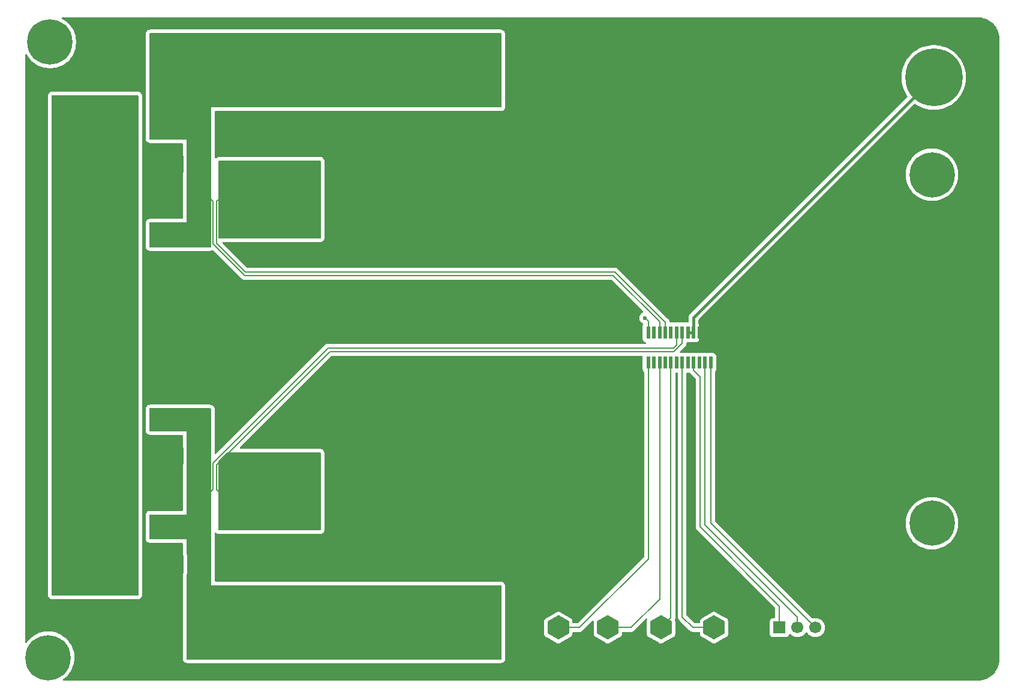
<source format=gbr>
%TF.GenerationSoftware,KiCad,Pcbnew,9.0.3*%
%TF.CreationDate,2025-10-13T23:01:42-05:00*%
%TF.ProjectId,SuppMonTester,53757070-4d6f-46e5-9465-737465722e6b,rev?*%
%TF.SameCoordinates,Original*%
%TF.FileFunction,Copper,L1,Top*%
%TF.FilePolarity,Positive*%
%FSLAX46Y46*%
G04 Gerber Fmt 4.6, Leading zero omitted, Abs format (unit mm)*
G04 Created by KiCad (PCBNEW 9.0.3) date 2025-10-13 23:01:42*
%MOMM*%
%LPD*%
G01*
G04 APERTURE LIST*
G04 Aperture macros list*
%AMRoundRect*
0 Rectangle with rounded corners*
0 $1 Rounding radius*
0 $2 $3 $4 $5 $6 $7 $8 $9 X,Y pos of 4 corners*
0 Add a 4 corners polygon primitive as box body*
4,1,4,$2,$3,$4,$5,$6,$7,$8,$9,$2,$3,0*
0 Add four circle primitives for the rounded corners*
1,1,$1+$1,$2,$3*
1,1,$1+$1,$4,$5*
1,1,$1+$1,$6,$7*
1,1,$1+$1,$8,$9*
0 Add four rect primitives between the rounded corners*
20,1,$1+$1,$2,$3,$4,$5,0*
20,1,$1+$1,$4,$5,$6,$7,0*
20,1,$1+$1,$6,$7,$8,$9,0*
20,1,$1+$1,$8,$9,$2,$3,0*%
%AMFreePoly0*
4,1,7,1.500000,0.866025,1.500000,-0.866025,0.000000,-1.732051,-1.500000,-0.866025,-1.500000,0.866025,0.000000,1.732051,1.500000,0.866025,1.500000,0.866025,$1*%
%AMFreePoly1*
4,1,21,5.263536,5.503536,5.265000,5.500000,5.265000,-5.500000,5.263536,-5.503536,5.260000,-5.505000,1.240000,-5.505000,1.236464,-5.503536,1.235000,-5.500000,1.235000,-4.005000,-5.260000,-4.005000,-5.263536,-4.003536,-5.265000,-4.000000,-5.265000,4.000000,-5.263536,4.003536,-5.260000,4.005000,1.235000,4.005000,1.235000,5.500000,1.236464,5.503536,1.240000,5.505000,5.260000,5.505000,
5.263536,5.503536,5.263536,5.503536,$1*%
G04 Aperture macros list end*
%TA.AperFunction,ComponentPad*%
%ADD10C,6.400000*%
%TD*%
%TA.AperFunction,ComponentPad*%
%ADD11C,8.115000*%
%TD*%
%TA.AperFunction,ComponentPad*%
%ADD12R,1.700000X1.700000*%
%TD*%
%TA.AperFunction,ComponentPad*%
%ADD13C,1.700000*%
%TD*%
%TA.AperFunction,ConnectorPad*%
%ADD14FreePoly0,0.000000*%
%TD*%
%TA.AperFunction,SMDPad,CuDef*%
%ADD15RoundRect,0.250001X0.487499X2.974999X-0.487499X2.974999X-0.487499X-2.974999X0.487499X-2.974999X0*%
%TD*%
%TA.AperFunction,SMDPad,CuDef*%
%ADD16R,4.230000X2.400000*%
%TD*%
%TA.AperFunction,SMDPad,CuDef*%
%ADD17FreePoly1,180.000000*%
%TD*%
%TA.AperFunction,SMDPad,CuDef*%
%ADD18R,0.550000X1.800000*%
%TD*%
%TA.AperFunction,ViaPad*%
%ADD19C,0.600000*%
%TD*%
%TA.AperFunction,Conductor*%
%ADD20C,0.200000*%
%TD*%
%TA.AperFunction,Conductor*%
%ADD21C,0.400000*%
%TD*%
G04 APERTURE END LIST*
D10*
%TO.P,H2,1*%
%TO.N,N/C*%
X154500000Y-59250000D03*
%TD*%
D11*
%TO.P,J6,1,Pin_1*%
%TO.N,/UNREG_SENSE-*%
X88500000Y-44500000D03*
%TD*%
D12*
%TO.P,J3,1,Pin_1*%
%TO.N,/SER*%
X132960000Y-123250000D03*
D13*
%TO.P,J3,2,Pin_2*%
%TO.N,/SRCLK*%
X135500000Y-123250000D03*
%TO.P,J3,3,Pin_3*%
%TO.N,/RCLK*%
X138040000Y-123250000D03*
%TO.P,J3,4,Pin_4*%
%TO.N,GND*%
X140580000Y-123250000D03*
%TD*%
D10*
%TO.P,H4,1*%
%TO.N,N/C*%
X154500000Y-108500000D03*
%TD*%
%TO.P,H3,1*%
%TO.N,N/C*%
X29750000Y-127500000D03*
%TD*%
%TO.P,H1,1*%
%TO.N,N/C*%
X30000000Y-40500000D03*
%TD*%
D11*
%TO.P,J9,1,Pin_1*%
%TO.N,+3.3V*%
X154750000Y-45500000D03*
%TD*%
%TO.P,J8,1,Pin_1*%
%TO.N,GND*%
X154750000Y-123250000D03*
%TD*%
D14*
%TO.P,TP5,1,1*%
%TO.N,GND*%
X145000000Y-123250000D03*
%TD*%
D15*
%TO.P,R1,1*%
%TO.N,/UNREG_SENSE+*%
X54662500Y-62750000D03*
%TO.P,R1,2*%
%TO.N,/UNREG_SENSE-*%
X51837500Y-62750000D03*
%TD*%
D16*
%TO.P,R6,1*%
%TO.N,GND*%
X46750000Y-99000000D03*
%TO.P,R6,2*%
%TO.N,/REG_SENSE-*%
X46750000Y-93920000D03*
D17*
%TO.P,R6,3*%
%TO.N,/THERMAL_PAD*%
X37125000Y-96460000D03*
%TD*%
D16*
%TO.P,R5,1*%
%TO.N,GND*%
X46750000Y-114290000D03*
%TO.P,R5,2*%
%TO.N,/REG_SENSE-*%
X46750000Y-109210000D03*
D17*
%TO.P,R5,3*%
%TO.N,/THERMAL_PAD*%
X37125000Y-111750000D03*
%TD*%
D14*
%TO.P,TP1,1,1*%
%TO.N,/UNREG_VOLTAGE*%
X101750000Y-123250000D03*
%TD*%
D15*
%TO.P,R2,1*%
%TO.N,/REG_SENSE+*%
X54662500Y-104000000D03*
%TO.P,R2,2*%
%TO.N,/REG_SENSE-*%
X51837500Y-104000000D03*
%TD*%
D11*
%TO.P,J7,1,Pin_1*%
%TO.N,/REG_SENSE-*%
X88500000Y-122500000D03*
%TD*%
D16*
%TO.P,R3,1*%
%TO.N,GND*%
X46750000Y-72790000D03*
%TO.P,R3,2*%
%TO.N,/UNREG_SENSE-*%
X46750000Y-67710000D03*
D17*
%TO.P,R3,3*%
%TO.N,/THERMAL_PAD*%
X37125000Y-70250000D03*
%TD*%
D14*
%TO.P,TP4,1,1*%
%TO.N,/REG_CURRENT*%
X123750000Y-123250000D03*
%TD*%
D16*
%TO.P,R4,1*%
%TO.N,GND*%
X46750000Y-57750000D03*
%TO.P,R4,2*%
%TO.N,/UNREG_SENSE-*%
X46750000Y-52670000D03*
D17*
%TO.P,R4,3*%
%TO.N,/THERMAL_PAD*%
X37125000Y-55210000D03*
%TD*%
D14*
%TO.P,TP2,1,1*%
%TO.N,/REG_VOLTAGE*%
X108750000Y-123250000D03*
%TD*%
D11*
%TO.P,J5,1,Pin_1*%
%TO.N,GND*%
X60250000Y-83375000D03*
%TD*%
D18*
%TO.P,J1,1,1*%
%TO.N,GND*%
X123250000Y-81525000D03*
%TO.P,J1,2,2*%
%TO.N,/RCLK*%
X123250000Y-85825000D03*
%TO.P,J1,3,3*%
%TO.N,GND*%
X122450000Y-81525000D03*
%TO.P,J1,4,4*%
%TO.N,/SRCLK*%
X122450000Y-85825000D03*
%TO.P,J1,5,5*%
%TO.N,GND*%
X121650000Y-81525000D03*
%TO.P,J1,6,6*%
%TO.N,unconnected-(J1-Pad6)*%
X121650000Y-85825000D03*
%TO.P,J1,7,7*%
%TO.N,+3.3V*%
X120850000Y-81525000D03*
%TO.P,J1,8,8*%
%TO.N,/SER*%
X120850000Y-85825000D03*
%TO.P,J1,9,9*%
%TO.N,+3.3V*%
X120050000Y-81525000D03*
%TO.P,J1,10,10*%
%TO.N,unconnected-(J1-Pad10)*%
X120050000Y-85825000D03*
%TO.P,J1,11,11*%
%TO.N,/REG_SENSE+*%
X119250000Y-81525000D03*
%TO.P,J1,12,12*%
%TO.N,/REG_CURRENT*%
X119250000Y-85825000D03*
%TO.P,J1,13,13*%
%TO.N,/REG_SENSE-*%
X118450000Y-81525000D03*
%TO.P,J1,14,14*%
%TO.N,unconnected-(J1-Pad14)*%
X118450000Y-85825000D03*
%TO.P,J1,15,15*%
%TO.N,unconnected-(J1-Pad15)*%
X117650000Y-81525000D03*
%TO.P,J1,16,16*%
%TO.N,/UNREG_CURRENT*%
X117650000Y-85825000D03*
%TO.P,J1,17,17*%
%TO.N,/UNREG_SENSE+*%
X116850000Y-81525000D03*
%TO.P,J1,18,18*%
%TO.N,unconnected-(J1-Pad18)*%
X116850000Y-85825000D03*
%TO.P,J1,19,19*%
%TO.N,/UNREG_SENSE-*%
X116050000Y-81525000D03*
%TO.P,J1,20,20*%
%TO.N,/REG_VOLTAGE*%
X116050000Y-85825000D03*
%TO.P,J1,21,21*%
%TO.N,unconnected-(J1-Pad21)*%
X115250000Y-81525000D03*
%TO.P,J1,22,22*%
%TO.N,unconnected-(J1-Pad22)*%
X115250000Y-85825000D03*
%TO.P,J1,23,23*%
%TO.N,/UNREG_SENSE+*%
X114450000Y-81525000D03*
%TO.P,J1,24,24*%
%TO.N,/UNREG_VOLTAGE*%
X114450000Y-85825000D03*
%TD*%
D11*
%TO.P,J4,1,Pin_1*%
%TO.N,/REG_SENSE+*%
X62750000Y-104000000D03*
%TD*%
D14*
%TO.P,TP3,1,1*%
%TO.N,/UNREG_CURRENT*%
X116250000Y-123250000D03*
%TD*%
D11*
%TO.P,J2,1,Pin_1*%
%TO.N,/UNREG_SENSE+*%
X62750000Y-62750000D03*
%TD*%
D19*
%TO.N,GND*%
X124750000Y-82250000D03*
X124750000Y-80750000D03*
X123750000Y-83250000D03*
X122250000Y-83250000D03*
X123750000Y-79750000D03*
X122250000Y-79750000D03*
%TO.N,/UNREG_SENSE+*%
X114000000Y-79500000D03*
%TO.N,GND*%
X48000000Y-104250000D03*
X48000000Y-105750000D03*
X46000000Y-104250000D03*
X44000000Y-105750000D03*
X48000000Y-102750000D03*
X44000000Y-104250000D03*
X46000000Y-105750000D03*
X46000000Y-102750000D03*
X48000000Y-101250000D03*
X46000000Y-101250000D03*
X44000000Y-101250000D03*
X44000000Y-102750000D03*
X48000000Y-64500000D03*
X46000000Y-64500000D03*
X44000000Y-64500000D03*
X48000000Y-63000000D03*
X46000000Y-63000000D03*
X44000000Y-63000000D03*
X48000000Y-61500000D03*
X46000000Y-61500000D03*
X44000000Y-61500000D03*
X48000000Y-60000000D03*
X46000000Y-60000000D03*
X44000000Y-60000000D03*
%TD*%
D20*
%TO.N,/REG_VOLTAGE*%
X112000000Y-123250000D02*
X108750000Y-123250000D01*
X116050000Y-119200000D02*
X112000000Y-123250000D01*
X116050000Y-85825000D02*
X116050000Y-119200000D01*
%TO.N,/REG_CURRENT*%
X120750000Y-123250000D02*
X123750000Y-123250000D01*
X119250000Y-121750000D02*
X120750000Y-123250000D01*
X119250000Y-85825000D02*
X119250000Y-121750000D01*
%TO.N,/UNREG_VOLTAGE*%
X104750000Y-123250000D02*
X101750000Y-123250000D01*
X114450000Y-113550000D02*
X104750000Y-123250000D01*
X114450000Y-85825000D02*
X114450000Y-113550000D01*
%TO.N,/UNREG_CURRENT*%
X117650000Y-121850000D02*
X116250000Y-123250000D01*
X117650000Y-85825000D02*
X117650000Y-121850000D01*
D21*
%TO.N,+3.3V*%
X120850000Y-79400000D02*
X154750000Y-45500000D01*
X120850000Y-81525000D02*
X120850000Y-79400000D01*
X120050000Y-81525000D02*
X120850000Y-81525000D01*
D20*
%TO.N,/REG_SENSE+*%
X119250000Y-83067100D02*
X119250000Y-81525000D01*
X118067100Y-84250000D02*
X119250000Y-83067100D01*
X69500000Y-84250000D02*
X118067100Y-84250000D01*
X53500000Y-100250000D02*
X69500000Y-84250000D01*
X53500000Y-103750000D02*
X53500000Y-100250000D01*
X53750000Y-104000000D02*
X53500000Y-103750000D01*
X54662500Y-104000000D02*
X53750000Y-104000000D01*
%TO.N,/REG_SENSE-*%
X118000000Y-83750000D02*
X118450000Y-83300000D01*
X53000000Y-103750000D02*
X53000000Y-100000000D01*
X118450000Y-83300000D02*
X118450000Y-81525000D01*
X52750000Y-104000000D02*
X53000000Y-103750000D01*
X69250000Y-83750000D02*
X118000000Y-83750000D01*
X51837500Y-104000000D02*
X52750000Y-104000000D01*
X53000000Y-100000000D02*
X69250000Y-83750000D01*
%TO.N,/UNREG_SENSE+*%
X114000000Y-79500000D02*
X114450000Y-79950000D01*
X114450000Y-79950000D02*
X114450000Y-81525000D01*
X116850000Y-80100000D02*
X116850000Y-81525000D01*
X109750000Y-73000000D02*
X116850000Y-80100000D01*
X53500000Y-68932900D02*
X57567100Y-73000000D01*
X53500000Y-63000000D02*
X53500000Y-68932900D01*
X54662500Y-62750000D02*
X53750000Y-62750000D01*
X53750000Y-62750000D02*
X53500000Y-63000000D01*
X57567100Y-73000000D02*
X109750000Y-73000000D01*
%TO.N,/UNREG_SENSE-*%
X116050000Y-80050000D02*
X116050000Y-81525000D01*
X109500000Y-73500000D02*
X116050000Y-80050000D01*
X53000000Y-69000000D02*
X57500000Y-73500000D01*
X53000000Y-63000000D02*
X53000000Y-69000000D01*
X52750000Y-62750000D02*
X53000000Y-63000000D01*
X51837500Y-62750000D02*
X52750000Y-62750000D01*
X57500000Y-73500000D02*
X109500000Y-73500000D01*
%TO.N,/SER*%
X121750000Y-109000000D02*
X121750000Y-87825000D01*
X132960000Y-120210000D02*
X121750000Y-109000000D01*
X132960000Y-123250000D02*
X132960000Y-120210000D01*
X121750000Y-87825000D02*
X120850000Y-86925000D01*
X120850000Y-86925000D02*
X120850000Y-85825000D01*
%TO.N,/SRCLK*%
X122450000Y-108700000D02*
X122450000Y-85825000D01*
X135500000Y-121750000D02*
X122450000Y-108700000D01*
X135500000Y-123250000D02*
X135500000Y-121750000D01*
%TO.N,/RCLK*%
X123250000Y-108460000D02*
X123250000Y-85825000D01*
X138040000Y-123250000D02*
X123250000Y-108460000D01*
%TD*%
%TA.AperFunction,Conductor*%
%TO.N,GND*%
G36*
X161003243Y-37000669D02*
G01*
X161212062Y-37011614D01*
X161307046Y-37016592D01*
X161319953Y-37017949D01*
X161451089Y-37038718D01*
X161617209Y-37065028D01*
X161629896Y-37067724D01*
X161920625Y-37145625D01*
X161932965Y-37149635D01*
X162213938Y-37257490D01*
X162225790Y-37262767D01*
X162493968Y-37399411D01*
X162505199Y-37405896D01*
X162687295Y-37524150D01*
X162757608Y-37569812D01*
X162768109Y-37577441D01*
X163002010Y-37766850D01*
X163011655Y-37775535D01*
X163224464Y-37988344D01*
X163233149Y-37997989D01*
X163422558Y-38231890D01*
X163430187Y-38242391D01*
X163594101Y-38494796D01*
X163600591Y-38506036D01*
X163737231Y-38774206D01*
X163742510Y-38786064D01*
X163850363Y-39067033D01*
X163854374Y-39079376D01*
X163932273Y-39370097D01*
X163934971Y-39382794D01*
X163982050Y-39680046D01*
X163983407Y-39692953D01*
X163999330Y-39996756D01*
X163999500Y-40003246D01*
X163999500Y-127746753D01*
X163999330Y-127753243D01*
X163983407Y-128057046D01*
X163982050Y-128069953D01*
X163934971Y-128367205D01*
X163932273Y-128379902D01*
X163854374Y-128670623D01*
X163850363Y-128682966D01*
X163742510Y-128963935D01*
X163737231Y-128975793D01*
X163600591Y-129243963D01*
X163594101Y-129255203D01*
X163430187Y-129507608D01*
X163422558Y-129518109D01*
X163233149Y-129752010D01*
X163224464Y-129761655D01*
X163011655Y-129974464D01*
X163002010Y-129983149D01*
X162768109Y-130172558D01*
X162757608Y-130180187D01*
X162505203Y-130344101D01*
X162493963Y-130350591D01*
X162225793Y-130487231D01*
X162213935Y-130492510D01*
X161932966Y-130600363D01*
X161920623Y-130604374D01*
X161629902Y-130682273D01*
X161617205Y-130684971D01*
X161319953Y-130732050D01*
X161307046Y-130733407D01*
X161003244Y-130749330D01*
X160996754Y-130749500D01*
X31956277Y-130749500D01*
X31889238Y-130729815D01*
X31843483Y-130677011D01*
X31833539Y-130607853D01*
X31862564Y-130544297D01*
X31887386Y-130522398D01*
X31957044Y-130475854D01*
X32238101Y-130245197D01*
X32495197Y-129988101D01*
X32725854Y-129707044D01*
X32927853Y-129404732D01*
X33099247Y-129084076D01*
X33238386Y-128748164D01*
X33343930Y-128400233D01*
X33343932Y-128400223D01*
X33343935Y-128400212D01*
X33411339Y-128061340D01*
X33414862Y-128043631D01*
X33450500Y-127681794D01*
X33450500Y-127318206D01*
X33414862Y-126956369D01*
X33343935Y-126599787D01*
X33343932Y-126599776D01*
X33343931Y-126599773D01*
X33343930Y-126599767D01*
X33238386Y-126251836D01*
X33099247Y-125915924D01*
X32927853Y-125595268D01*
X32725854Y-125292956D01*
X32495197Y-125011899D01*
X32495196Y-125011898D01*
X32495192Y-125011893D01*
X32238106Y-124754807D01*
X31957049Y-124524150D01*
X31957048Y-124524149D01*
X31957044Y-124524146D01*
X31654732Y-124322147D01*
X31654727Y-124322144D01*
X31654720Y-124322140D01*
X31334083Y-124150756D01*
X31334078Y-124150754D01*
X31327120Y-124147872D01*
X31235690Y-124110000D01*
X30998165Y-124011614D01*
X30684803Y-123916556D01*
X30650233Y-123906070D01*
X30650232Y-123906069D01*
X30650223Y-123906067D01*
X30650212Y-123906064D01*
X30293630Y-123835137D01*
X30021111Y-123808296D01*
X29931794Y-123799500D01*
X29568206Y-123799500D01*
X29485679Y-123807628D01*
X29206369Y-123835137D01*
X28849787Y-123906064D01*
X28849776Y-123906067D01*
X28501834Y-124011614D01*
X28165921Y-124150754D01*
X28165916Y-124150756D01*
X27845279Y-124322140D01*
X27845261Y-124322151D01*
X27542964Y-124524140D01*
X27542950Y-124524150D01*
X27261893Y-124754807D01*
X27004807Y-125011893D01*
X26774150Y-125292950D01*
X26774139Y-125292964D01*
X26727602Y-125362613D01*
X26673989Y-125407418D01*
X26604664Y-125416125D01*
X26541637Y-125385970D01*
X26504918Y-125326527D01*
X26500500Y-125293722D01*
X26500500Y-48124000D01*
X29744500Y-48124000D01*
X29744500Y-118626000D01*
X29744501Y-118626009D01*
X29756052Y-118733450D01*
X29756054Y-118733462D01*
X29767260Y-118784972D01*
X29801383Y-118887497D01*
X29801386Y-118887503D01*
X29879171Y-119008537D01*
X29879179Y-119008548D01*
X29924923Y-119061340D01*
X29924926Y-119061343D01*
X29924930Y-119061347D01*
X30033664Y-119155567D01*
X30033667Y-119155568D01*
X30033668Y-119155569D01*
X30127925Y-119198616D01*
X30164541Y-119215338D01*
X30231580Y-119235023D01*
X30231584Y-119235024D01*
X30374000Y-119255500D01*
X30374003Y-119255500D01*
X42375990Y-119255500D01*
X42376000Y-119255500D01*
X42483456Y-119243947D01*
X42534967Y-119232741D01*
X42569197Y-119221347D01*
X42637497Y-119198616D01*
X42637501Y-119198613D01*
X42637504Y-119198613D01*
X42758543Y-119120825D01*
X42811347Y-119075070D01*
X42905567Y-118966336D01*
X42965338Y-118835459D01*
X42985023Y-118768420D01*
X42985024Y-118768416D01*
X43005500Y-118626000D01*
X43005500Y-48124000D01*
X42993947Y-48016544D01*
X42982741Y-47965033D01*
X42978182Y-47951336D01*
X42948616Y-47862502D01*
X42948613Y-47862496D01*
X42870828Y-47741462D01*
X42870825Y-47741457D01*
X42870820Y-47741451D01*
X42825076Y-47688659D01*
X42825072Y-47688656D01*
X42825070Y-47688653D01*
X42716336Y-47594433D01*
X42716333Y-47594431D01*
X42716331Y-47594430D01*
X42585465Y-47534664D01*
X42585460Y-47534662D01*
X42585459Y-47534662D01*
X42518420Y-47514977D01*
X42518422Y-47514977D01*
X42518417Y-47514976D01*
X42456347Y-47506052D01*
X42376000Y-47494500D01*
X30374000Y-47494500D01*
X30373991Y-47494500D01*
X30373990Y-47494501D01*
X30266549Y-47506052D01*
X30266537Y-47506054D01*
X30215027Y-47517260D01*
X30112502Y-47551383D01*
X30112496Y-47551386D01*
X29991462Y-47629171D01*
X29991451Y-47629179D01*
X29938659Y-47674923D01*
X29844433Y-47783664D01*
X29844430Y-47783668D01*
X29784664Y-47914534D01*
X29764976Y-47981582D01*
X29759949Y-48016549D01*
X29744500Y-48124000D01*
X26500500Y-48124000D01*
X26500500Y-42298008D01*
X26520185Y-42230969D01*
X26572989Y-42185214D01*
X26642147Y-42175270D01*
X26705703Y-42204295D01*
X26733858Y-42239555D01*
X26822140Y-42404720D01*
X26822151Y-42404738D01*
X27024140Y-42707035D01*
X27024150Y-42707049D01*
X27254807Y-42988106D01*
X27511893Y-43245192D01*
X27511898Y-43245196D01*
X27511899Y-43245197D01*
X27792956Y-43475854D01*
X28095268Y-43677853D01*
X28095277Y-43677858D01*
X28095279Y-43677859D01*
X28415916Y-43849243D01*
X28415918Y-43849243D01*
X28415924Y-43849247D01*
X28751836Y-43988386D01*
X29099767Y-44093930D01*
X29099773Y-44093931D01*
X29099776Y-44093932D01*
X29099787Y-44093935D01*
X29456369Y-44164862D01*
X29818206Y-44200500D01*
X29818209Y-44200500D01*
X30181791Y-44200500D01*
X30181794Y-44200500D01*
X30543631Y-44164862D01*
X30613045Y-44151054D01*
X30900212Y-44093935D01*
X30900223Y-44093932D01*
X30900223Y-44093931D01*
X30900233Y-44093930D01*
X31248164Y-43988386D01*
X31584076Y-43849247D01*
X31904732Y-43677853D01*
X32207044Y-43475854D01*
X32488101Y-43245197D01*
X32745197Y-42988101D01*
X32975854Y-42707044D01*
X33177853Y-42404732D01*
X33349247Y-42084076D01*
X33488386Y-41748164D01*
X33593930Y-41400233D01*
X33593932Y-41400223D01*
X33593935Y-41400212D01*
X33664862Y-41043630D01*
X33700500Y-40681790D01*
X33700500Y-40318209D01*
X33664862Y-39956369D01*
X33593935Y-39599787D01*
X33593932Y-39599776D01*
X33593931Y-39599773D01*
X33593930Y-39599767D01*
X33525444Y-39374000D01*
X43494500Y-39374000D01*
X43494500Y-51500000D01*
X43494500Y-54126000D01*
X43494501Y-54126009D01*
X43506052Y-54233450D01*
X43506054Y-54233462D01*
X43517260Y-54284972D01*
X43551383Y-54387497D01*
X43551386Y-54387503D01*
X43629171Y-54508537D01*
X43629179Y-54508548D01*
X43674923Y-54561340D01*
X43674926Y-54561343D01*
X43674930Y-54561347D01*
X43783664Y-54655567D01*
X43914541Y-54715338D01*
X43981580Y-54735023D01*
X43981584Y-54735024D01*
X44124000Y-54755500D01*
X48620500Y-54755500D01*
X48687539Y-54775185D01*
X48733294Y-54827989D01*
X48744500Y-54879500D01*
X48744500Y-65370500D01*
X48724815Y-65437539D01*
X48672011Y-65483294D01*
X48620500Y-65494500D01*
X44124000Y-65494500D01*
X44123991Y-65494500D01*
X44123990Y-65494501D01*
X44016549Y-65506052D01*
X44016537Y-65506054D01*
X43965027Y-65517260D01*
X43862502Y-65551383D01*
X43862496Y-65551386D01*
X43741462Y-65629171D01*
X43741451Y-65629179D01*
X43688659Y-65674923D01*
X43594433Y-65783664D01*
X43594430Y-65783668D01*
X43534664Y-65914534D01*
X43534662Y-65914541D01*
X43514977Y-65981580D01*
X43514976Y-65981584D01*
X43494500Y-66124000D01*
X43494500Y-69376000D01*
X43494501Y-69376009D01*
X43506052Y-69483450D01*
X43506054Y-69483462D01*
X43517260Y-69534972D01*
X43551383Y-69637497D01*
X43551386Y-69637503D01*
X43629171Y-69758537D01*
X43629179Y-69758548D01*
X43674923Y-69811340D01*
X43674926Y-69811343D01*
X43674930Y-69811347D01*
X43783664Y-69905567D01*
X43783667Y-69905568D01*
X43783668Y-69905569D01*
X43877925Y-69948616D01*
X43914541Y-69965338D01*
X43981580Y-69985023D01*
X43981584Y-69985024D01*
X44124000Y-70005500D01*
X44124003Y-70005500D01*
X52625990Y-70005500D01*
X52626000Y-70005500D01*
X52733456Y-69993947D01*
X52784967Y-69982741D01*
X52819197Y-69971347D01*
X52887497Y-69948616D01*
X52887501Y-69948613D01*
X52887504Y-69948613D01*
X52932423Y-69919745D01*
X52999462Y-69900060D01*
X53066502Y-69919744D01*
X53087144Y-69936379D01*
X57015139Y-73864374D01*
X57015149Y-73864385D01*
X57019479Y-73868715D01*
X57019480Y-73868716D01*
X57131284Y-73980520D01*
X57218095Y-74030639D01*
X57218097Y-74030641D01*
X57256151Y-74052611D01*
X57268215Y-74059577D01*
X57420943Y-74100501D01*
X57420946Y-74100501D01*
X57586653Y-74100501D01*
X57586669Y-74100500D01*
X109199903Y-74100500D01*
X109266942Y-74120185D01*
X109287584Y-74136819D01*
X113716259Y-78565494D01*
X113749744Y-78626817D01*
X113744760Y-78696509D01*
X113702888Y-78752442D01*
X113676032Y-78767735D01*
X113620829Y-78790601D01*
X113620814Y-78790609D01*
X113489711Y-78878210D01*
X113489707Y-78878213D01*
X113378213Y-78989707D01*
X113378210Y-78989711D01*
X113290609Y-79120814D01*
X113290602Y-79120827D01*
X113230264Y-79266498D01*
X113230261Y-79266510D01*
X113199500Y-79421153D01*
X113199500Y-79578846D01*
X113230261Y-79733489D01*
X113230264Y-79733501D01*
X113290602Y-79879172D01*
X113290609Y-79879185D01*
X113378210Y-80010288D01*
X113378213Y-80010292D01*
X113489707Y-80121786D01*
X113489711Y-80121789D01*
X113620814Y-80209390D01*
X113620821Y-80209394D01*
X113661868Y-80226396D01*
X113716271Y-80270235D01*
X113738337Y-80336529D01*
X113730598Y-80384289D01*
X113680909Y-80517514D01*
X113680908Y-80517516D01*
X113674501Y-80577116D01*
X113674501Y-80577123D01*
X113674500Y-80577135D01*
X113674500Y-82472870D01*
X113674501Y-82472876D01*
X113680908Y-82532483D01*
X113731202Y-82667328D01*
X113731206Y-82667335D01*
X113817452Y-82782544D01*
X113817455Y-82782547D01*
X113932664Y-82868793D01*
X113932671Y-82868797D01*
X114041314Y-82909318D01*
X114097248Y-82951189D01*
X114121665Y-83016653D01*
X114106814Y-83084926D01*
X114057409Y-83134332D01*
X113997981Y-83149500D01*
X69170940Y-83149500D01*
X69130019Y-83160464D01*
X69130019Y-83160465D01*
X69092751Y-83170451D01*
X69018214Y-83190423D01*
X69018209Y-83190426D01*
X68881290Y-83269475D01*
X68881282Y-83269481D01*
X53467181Y-98683583D01*
X53405858Y-98717068D01*
X53336166Y-98712084D01*
X53280233Y-98670212D01*
X53255816Y-98604748D01*
X53255500Y-98595902D01*
X53255500Y-92374010D01*
X53255500Y-92374000D01*
X53243947Y-92266544D01*
X53232741Y-92215033D01*
X53232637Y-92214722D01*
X53198616Y-92112502D01*
X53198613Y-92112496D01*
X53120828Y-91991462D01*
X53120825Y-91991457D01*
X53120820Y-91991451D01*
X53075076Y-91938659D01*
X53075072Y-91938656D01*
X53075070Y-91938653D01*
X52966336Y-91844433D01*
X52966333Y-91844431D01*
X52966331Y-91844430D01*
X52835465Y-91784664D01*
X52835460Y-91784662D01*
X52835459Y-91784662D01*
X52768420Y-91764977D01*
X52768422Y-91764977D01*
X52768417Y-91764976D01*
X52706347Y-91756052D01*
X52626000Y-91744500D01*
X44124000Y-91744500D01*
X44123991Y-91744500D01*
X44123990Y-91744501D01*
X44016549Y-91756052D01*
X44016537Y-91756054D01*
X43965027Y-91767260D01*
X43862502Y-91801383D01*
X43862496Y-91801386D01*
X43741462Y-91879171D01*
X43741451Y-91879179D01*
X43688659Y-91924923D01*
X43594433Y-92033664D01*
X43594430Y-92033668D01*
X43534664Y-92164534D01*
X43514976Y-92231582D01*
X43509949Y-92266549D01*
X43494500Y-92374000D01*
X43494500Y-95376000D01*
X43494501Y-95376009D01*
X43506052Y-95483450D01*
X43506054Y-95483462D01*
X43517260Y-95534972D01*
X43551383Y-95637497D01*
X43551386Y-95637503D01*
X43629171Y-95758537D01*
X43629179Y-95758548D01*
X43674923Y-95811340D01*
X43674926Y-95811343D01*
X43674930Y-95811347D01*
X43783664Y-95905567D01*
X43914541Y-95965338D01*
X43981580Y-95985023D01*
X43981584Y-95985024D01*
X44124000Y-96005500D01*
X48620500Y-96005500D01*
X48687539Y-96025185D01*
X48733294Y-96077989D01*
X48744500Y-96129500D01*
X48744500Y-106620500D01*
X48724815Y-106687539D01*
X48672011Y-106733294D01*
X48620500Y-106744500D01*
X44124000Y-106744500D01*
X44123991Y-106744500D01*
X44123990Y-106744501D01*
X44016549Y-106756052D01*
X44016537Y-106756054D01*
X43965027Y-106767260D01*
X43862502Y-106801383D01*
X43862496Y-106801386D01*
X43741462Y-106879171D01*
X43741451Y-106879179D01*
X43688659Y-106924923D01*
X43594433Y-107033664D01*
X43594430Y-107033668D01*
X43534664Y-107164534D01*
X43514976Y-107231582D01*
X43512064Y-107251836D01*
X43494500Y-107374000D01*
X43494500Y-110626000D01*
X43494501Y-110626009D01*
X43506052Y-110733450D01*
X43506054Y-110733462D01*
X43517260Y-110784972D01*
X43551383Y-110887497D01*
X43551386Y-110887503D01*
X43629171Y-111008537D01*
X43629179Y-111008548D01*
X43674923Y-111061340D01*
X43674926Y-111061343D01*
X43674930Y-111061347D01*
X43783664Y-111155567D01*
X43914541Y-111215338D01*
X43981580Y-111235023D01*
X43981584Y-111235024D01*
X44124000Y-111255500D01*
X48620500Y-111255500D01*
X48687539Y-111275185D01*
X48733294Y-111327989D01*
X48744500Y-111379500D01*
X48744500Y-112727874D01*
X48744820Y-112745856D01*
X48745139Y-112754772D01*
X48746103Y-112772758D01*
X48746105Y-112772773D01*
X48776686Y-112913349D01*
X48776688Y-112913356D01*
X48796681Y-112966960D01*
X48801103Y-112978815D01*
X48801105Y-112978820D01*
X48844831Y-113058897D01*
X48859999Y-113118324D01*
X48859999Y-115451656D01*
X48845644Y-115506885D01*
X48846503Y-115507277D01*
X48844435Y-115511804D01*
X48844433Y-115511808D01*
X48817921Y-115569858D01*
X48784663Y-115642681D01*
X48784662Y-115642685D01*
X48764977Y-115709724D01*
X48764976Y-115709728D01*
X48744500Y-115852144D01*
X48744500Y-127626000D01*
X48744501Y-127626009D01*
X48756052Y-127733450D01*
X48756054Y-127733462D01*
X48767260Y-127784972D01*
X48801383Y-127887497D01*
X48801386Y-127887503D01*
X48879171Y-128008537D01*
X48879179Y-128008548D01*
X48924923Y-128061340D01*
X48924926Y-128061343D01*
X48924930Y-128061347D01*
X49033664Y-128155567D01*
X49033667Y-128155568D01*
X49033668Y-128155569D01*
X49127925Y-128198616D01*
X49164541Y-128215338D01*
X49231580Y-128235023D01*
X49231584Y-128235024D01*
X49374000Y-128255500D01*
X49374003Y-128255500D01*
X93625990Y-128255500D01*
X93626000Y-128255500D01*
X93733456Y-128243947D01*
X93784967Y-128232741D01*
X93819197Y-128221347D01*
X93887497Y-128198616D01*
X93887501Y-128198613D01*
X93887504Y-128198613D01*
X94008543Y-128120825D01*
X94061347Y-128075070D01*
X94155567Y-127966336D01*
X94215338Y-127835459D01*
X94235023Y-127768420D01*
X94235024Y-127768416D01*
X94255500Y-127626000D01*
X94255500Y-117374000D01*
X94243947Y-117266544D01*
X94232741Y-117215033D01*
X94232637Y-117214722D01*
X94198616Y-117112502D01*
X94198613Y-117112496D01*
X94120828Y-116991462D01*
X94120825Y-116991457D01*
X94120820Y-116991451D01*
X94075076Y-116938659D01*
X94075072Y-116938656D01*
X94075070Y-116938653D01*
X93966336Y-116844433D01*
X93966333Y-116844431D01*
X93966331Y-116844430D01*
X93835465Y-116784664D01*
X93835460Y-116784662D01*
X93835459Y-116784662D01*
X93768420Y-116764977D01*
X93768422Y-116764977D01*
X93768417Y-116764976D01*
X93720944Y-116758150D01*
X93626000Y-116744500D01*
X93625998Y-116744500D01*
X53379500Y-116744500D01*
X53312461Y-116724815D01*
X53266706Y-116672011D01*
X53255500Y-116620500D01*
X53255500Y-109936057D01*
X53275185Y-109869018D01*
X53327989Y-109823263D01*
X53397147Y-109813319D01*
X53460700Y-109842342D01*
X53533664Y-109905567D01*
X53533667Y-109905568D01*
X53533668Y-109905569D01*
X53627925Y-109948616D01*
X53664541Y-109965338D01*
X53731580Y-109985023D01*
X53731584Y-109985024D01*
X53874000Y-110005500D01*
X53874003Y-110005500D01*
X68125990Y-110005500D01*
X68126000Y-110005500D01*
X68233456Y-109993947D01*
X68284967Y-109982741D01*
X68319197Y-109971347D01*
X68387497Y-109948616D01*
X68387501Y-109948613D01*
X68387504Y-109948613D01*
X68508543Y-109870825D01*
X68561347Y-109825070D01*
X68655567Y-109716336D01*
X68715338Y-109585459D01*
X68735023Y-109518420D01*
X68735024Y-109518416D01*
X68755500Y-109376000D01*
X68755500Y-98624000D01*
X68743947Y-98516544D01*
X68732741Y-98465033D01*
X68732637Y-98464722D01*
X68698616Y-98362502D01*
X68698613Y-98362496D01*
X68620828Y-98241462D01*
X68620825Y-98241457D01*
X68620820Y-98241451D01*
X68575076Y-98188659D01*
X68575072Y-98188656D01*
X68575070Y-98188653D01*
X68466336Y-98094433D01*
X68466333Y-98094431D01*
X68466331Y-98094430D01*
X68335465Y-98034664D01*
X68335460Y-98034662D01*
X68335459Y-98034662D01*
X68268420Y-98014977D01*
X68268422Y-98014977D01*
X68268417Y-98014976D01*
X68220944Y-98008150D01*
X68126000Y-97994500D01*
X68125998Y-97994500D01*
X56904097Y-97994500D01*
X56837058Y-97974815D01*
X56791303Y-97922011D01*
X56781359Y-97852853D01*
X56810384Y-97789297D01*
X56816416Y-97782819D01*
X69712416Y-84886819D01*
X69773739Y-84853334D01*
X69800097Y-84850500D01*
X113550500Y-84850500D01*
X113617539Y-84870185D01*
X113663294Y-84922989D01*
X113674500Y-84974500D01*
X113674500Y-86772870D01*
X113674501Y-86772876D01*
X113680908Y-86832483D01*
X113731202Y-86967328D01*
X113731203Y-86967329D01*
X113731204Y-86967331D01*
X113815646Y-87080131D01*
X113822769Y-87089646D01*
X113820370Y-87091441D01*
X113846666Y-87139597D01*
X113849500Y-87165955D01*
X113849500Y-113249902D01*
X113829815Y-113316941D01*
X113813181Y-113337583D01*
X104537584Y-122613181D01*
X104476261Y-122646666D01*
X104449903Y-122649500D01*
X103879500Y-122649500D01*
X103812461Y-122629815D01*
X103766706Y-122577011D01*
X103755500Y-122525500D01*
X103755500Y-122383981D01*
X103755500Y-122383975D01*
X103746365Y-122288308D01*
X103699306Y-122152341D01*
X103615847Y-122035140D01*
X103530425Y-121967963D01*
X103502752Y-121946200D01*
X103502750Y-121946199D01*
X102849406Y-121568991D01*
X102843775Y-121565740D01*
X102833307Y-121558134D01*
X102765660Y-121516680D01*
X102707280Y-121486934D01*
X102683333Y-121473108D01*
X102002752Y-121080174D01*
X102002749Y-121080172D01*
X101915338Y-121040253D01*
X101915329Y-121040250D01*
X101774056Y-121013022D01*
X101774051Y-121013021D01*
X101630823Y-121026697D01*
X101497253Y-121080171D01*
X101497250Y-121080173D01*
X100795522Y-121485315D01*
X100792709Y-121486939D01*
X100734340Y-121516680D01*
X100666693Y-121558134D01*
X100656227Y-121565737D01*
X100650592Y-121568991D01*
X100650590Y-121568992D01*
X99997252Y-121946197D01*
X99918968Y-122001944D01*
X99918964Y-122001948D01*
X99824750Y-122110675D01*
X99824744Y-122110684D01*
X99764976Y-122241555D01*
X99764975Y-122241560D01*
X99744500Y-122383974D01*
X99744500Y-122383975D01*
X99744500Y-124116025D01*
X99753635Y-124211692D01*
X99769815Y-124258441D01*
X99800694Y-124347659D01*
X99800694Y-124347660D01*
X99830357Y-124389315D01*
X99884153Y-124464860D01*
X99926359Y-124498051D01*
X99984527Y-124543796D01*
X99997250Y-124553801D01*
X100656221Y-124934257D01*
X100666693Y-124941866D01*
X100734340Y-124983320D01*
X100792719Y-125013065D01*
X101497250Y-125419827D01*
X101584668Y-125459749D01*
X101725948Y-125486978D01*
X101869177Y-125473302D01*
X102002750Y-125419827D01*
X102707280Y-125013065D01*
X102765660Y-124983320D01*
X102833307Y-124941866D01*
X102843778Y-124934257D01*
X103502750Y-124553801D01*
X103581032Y-124498056D01*
X103675254Y-124389319D01*
X103735024Y-124258441D01*
X103755500Y-124116025D01*
X103755500Y-123974500D01*
X103775185Y-123907461D01*
X103827989Y-123861706D01*
X103879500Y-123850500D01*
X104663331Y-123850500D01*
X104663347Y-123850501D01*
X104670943Y-123850501D01*
X104829054Y-123850501D01*
X104829057Y-123850501D01*
X104981785Y-123809577D01*
X105031904Y-123780639D01*
X105118716Y-123730520D01*
X105230520Y-123618716D01*
X105230520Y-123618714D01*
X105240728Y-123608507D01*
X105240729Y-123608504D01*
X106532819Y-122316414D01*
X106594142Y-122282930D01*
X106663834Y-122287914D01*
X106719767Y-122329786D01*
X106744184Y-122395250D01*
X106744500Y-122404096D01*
X106744500Y-124116025D01*
X106753635Y-124211692D01*
X106769815Y-124258441D01*
X106800694Y-124347659D01*
X106800694Y-124347660D01*
X106830357Y-124389315D01*
X106884153Y-124464860D01*
X106926359Y-124498051D01*
X106984527Y-124543796D01*
X106997250Y-124553801D01*
X107656221Y-124934257D01*
X107666693Y-124941866D01*
X107734340Y-124983320D01*
X107792719Y-125013065D01*
X108497250Y-125419827D01*
X108584668Y-125459749D01*
X108725948Y-125486978D01*
X108869177Y-125473302D01*
X109002750Y-125419827D01*
X109707280Y-125013065D01*
X109765660Y-124983320D01*
X109833307Y-124941866D01*
X109843778Y-124934257D01*
X110502750Y-124553801D01*
X110581032Y-124498056D01*
X110675254Y-124389319D01*
X110735024Y-124258441D01*
X110755500Y-124116025D01*
X110755500Y-123974500D01*
X110775185Y-123907461D01*
X110827989Y-123861706D01*
X110879500Y-123850500D01*
X111913331Y-123850500D01*
X111913347Y-123850501D01*
X111920943Y-123850501D01*
X112079054Y-123850501D01*
X112079057Y-123850501D01*
X112231785Y-123809577D01*
X112281904Y-123780639D01*
X112368716Y-123730520D01*
X112480520Y-123618716D01*
X112480520Y-123618714D01*
X112490728Y-123608507D01*
X112490730Y-123608504D01*
X114121351Y-121977882D01*
X114182672Y-121944399D01*
X114252364Y-121949383D01*
X114308297Y-121991255D01*
X114332714Y-122056719D01*
X114321825Y-122117076D01*
X114264976Y-122241558D01*
X114264975Y-122241560D01*
X114244500Y-122383974D01*
X114244500Y-122383975D01*
X114244500Y-124116025D01*
X114253635Y-124211692D01*
X114269815Y-124258441D01*
X114300694Y-124347659D01*
X114300694Y-124347660D01*
X114330357Y-124389315D01*
X114384153Y-124464860D01*
X114426359Y-124498051D01*
X114484527Y-124543796D01*
X114497250Y-124553801D01*
X115156221Y-124934257D01*
X115166693Y-124941866D01*
X115234340Y-124983320D01*
X115292719Y-125013065D01*
X115997250Y-125419827D01*
X116084668Y-125459749D01*
X116225948Y-125486978D01*
X116369177Y-125473302D01*
X116502750Y-125419827D01*
X117207280Y-125013065D01*
X117265660Y-124983320D01*
X117333307Y-124941866D01*
X117343778Y-124934257D01*
X118002750Y-124553801D01*
X118081032Y-124498056D01*
X118175254Y-124389319D01*
X118235024Y-124258441D01*
X118255500Y-124116025D01*
X118255500Y-122383975D01*
X118246365Y-122288308D01*
X118206079Y-122171912D01*
X118202755Y-122102123D01*
X118208700Y-122083901D01*
X118209572Y-122081793D01*
X118209577Y-122081785D01*
X118250501Y-121929057D01*
X118250501Y-121770943D01*
X118250501Y-121763339D01*
X118250502Y-121763339D01*
X118250500Y-121763330D01*
X118250500Y-87349499D01*
X118270185Y-87282460D01*
X118322989Y-87236705D01*
X118374500Y-87225499D01*
X118525500Y-87225499D01*
X118592539Y-87245184D01*
X118638294Y-87297988D01*
X118649500Y-87349499D01*
X118649500Y-121663330D01*
X118649499Y-121663348D01*
X118649499Y-121829054D01*
X118649498Y-121829054D01*
X118690423Y-121981785D01*
X118700041Y-121998443D01*
X118700042Y-121998446D01*
X118769475Y-122118709D01*
X118769481Y-122118717D01*
X118888349Y-122237585D01*
X118888355Y-122237590D01*
X120265139Y-123614374D01*
X120265149Y-123614385D01*
X120269479Y-123618715D01*
X120269480Y-123618716D01*
X120381284Y-123730520D01*
X120381286Y-123730521D01*
X120381290Y-123730524D01*
X120500762Y-123799500D01*
X120518216Y-123809577D01*
X120630019Y-123839534D01*
X120670942Y-123850500D01*
X120670943Y-123850500D01*
X121620500Y-123850500D01*
X121687539Y-123870185D01*
X121733294Y-123922989D01*
X121744500Y-123974500D01*
X121744500Y-124116025D01*
X121753635Y-124211692D01*
X121769815Y-124258441D01*
X121800694Y-124347659D01*
X121800694Y-124347660D01*
X121830357Y-124389315D01*
X121884153Y-124464860D01*
X121926359Y-124498051D01*
X121984527Y-124543796D01*
X121997250Y-124553801D01*
X122656221Y-124934257D01*
X122666693Y-124941866D01*
X122734340Y-124983320D01*
X122792719Y-125013065D01*
X123497250Y-125419827D01*
X123584668Y-125459749D01*
X123725948Y-125486978D01*
X123869177Y-125473302D01*
X124002750Y-125419827D01*
X124707280Y-125013065D01*
X124765660Y-124983320D01*
X124833307Y-124941866D01*
X124843778Y-124934257D01*
X125502750Y-124553801D01*
X125581032Y-124498056D01*
X125675254Y-124389319D01*
X125735024Y-124258441D01*
X125755500Y-124116025D01*
X125755500Y-122383975D01*
X125746365Y-122288308D01*
X125699306Y-122152341D01*
X125615847Y-122035140D01*
X125530425Y-121967963D01*
X125502752Y-121946200D01*
X125502750Y-121946199D01*
X124849406Y-121568991D01*
X124843775Y-121565740D01*
X124833307Y-121558134D01*
X124765660Y-121516680D01*
X124707280Y-121486934D01*
X124683333Y-121473108D01*
X124002752Y-121080174D01*
X124002749Y-121080172D01*
X123915338Y-121040253D01*
X123915329Y-121040250D01*
X123774056Y-121013022D01*
X123774051Y-121013021D01*
X123630823Y-121026697D01*
X123497253Y-121080171D01*
X123497250Y-121080173D01*
X122795522Y-121485315D01*
X122792709Y-121486939D01*
X122734340Y-121516680D01*
X122666693Y-121558134D01*
X122656227Y-121565737D01*
X122650592Y-121568991D01*
X122650590Y-121568992D01*
X121997252Y-121946197D01*
X121918968Y-122001944D01*
X121918964Y-122001948D01*
X121824750Y-122110675D01*
X121824744Y-122110684D01*
X121764976Y-122241555D01*
X121764975Y-122241560D01*
X121744500Y-122383974D01*
X121744500Y-122525500D01*
X121724815Y-122592539D01*
X121672011Y-122638294D01*
X121620500Y-122649500D01*
X121050097Y-122649500D01*
X120983058Y-122629815D01*
X120962416Y-122613181D01*
X119886819Y-121537584D01*
X119853334Y-121476261D01*
X119850500Y-121449903D01*
X119850500Y-87349499D01*
X119870185Y-87282460D01*
X119922989Y-87236705D01*
X119974500Y-87225499D01*
X120258503Y-87225499D01*
X120325542Y-87245184D01*
X120348720Y-87264429D01*
X120358652Y-87274962D01*
X120369480Y-87293716D01*
X120481284Y-87405520D01*
X120481286Y-87405521D01*
X120489651Y-87413886D01*
X121113181Y-88037416D01*
X121146666Y-88098739D01*
X121149500Y-88125097D01*
X121149500Y-108913330D01*
X121149499Y-108913348D01*
X121149499Y-109079054D01*
X121149498Y-109079054D01*
X121149499Y-109079057D01*
X121190423Y-109231785D01*
X121190424Y-109231786D01*
X121206468Y-109259577D01*
X121206469Y-109259578D01*
X121269475Y-109368709D01*
X121269481Y-109368717D01*
X121388349Y-109487585D01*
X121388355Y-109487590D01*
X132323181Y-120422416D01*
X132356666Y-120483739D01*
X132359500Y-120510097D01*
X132359500Y-121775500D01*
X132339815Y-121842539D01*
X132287011Y-121888294D01*
X132235501Y-121899500D01*
X132062130Y-121899500D01*
X132062123Y-121899501D01*
X132002516Y-121905908D01*
X131867671Y-121956202D01*
X131867664Y-121956206D01*
X131752455Y-122042452D01*
X131752452Y-122042455D01*
X131666206Y-122157664D01*
X131666202Y-122157671D01*
X131615908Y-122292517D01*
X131609501Y-122352116D01*
X131609500Y-122352135D01*
X131609500Y-124147870D01*
X131609501Y-124147876D01*
X131615908Y-124207483D01*
X131666202Y-124342328D01*
X131666206Y-124342335D01*
X131752452Y-124457544D01*
X131752455Y-124457547D01*
X131867664Y-124543793D01*
X131867671Y-124543797D01*
X132002517Y-124594091D01*
X132002516Y-124594091D01*
X132009444Y-124594835D01*
X132062127Y-124600500D01*
X133857872Y-124600499D01*
X133917483Y-124594091D01*
X134052331Y-124543796D01*
X134167546Y-124457546D01*
X134253796Y-124342331D01*
X134302810Y-124210916D01*
X134344681Y-124154984D01*
X134410145Y-124130566D01*
X134478418Y-124145417D01*
X134506673Y-124166569D01*
X134620213Y-124280109D01*
X134792179Y-124405048D01*
X134792181Y-124405049D01*
X134792184Y-124405051D01*
X134981588Y-124501557D01*
X135183757Y-124567246D01*
X135393713Y-124600500D01*
X135393714Y-124600500D01*
X135606286Y-124600500D01*
X135606287Y-124600500D01*
X135816243Y-124567246D01*
X136018412Y-124501557D01*
X136207816Y-124405051D01*
X136229789Y-124389086D01*
X136379786Y-124280109D01*
X136379788Y-124280106D01*
X136379792Y-124280104D01*
X136530104Y-124129792D01*
X136530106Y-124129788D01*
X136530109Y-124129786D01*
X136655048Y-123957820D01*
X136655047Y-123957820D01*
X136655051Y-123957816D01*
X136659514Y-123949054D01*
X136707488Y-123898259D01*
X136775308Y-123881463D01*
X136841444Y-123903999D01*
X136880486Y-123949056D01*
X136884951Y-123957820D01*
X137009890Y-124129786D01*
X137160213Y-124280109D01*
X137332179Y-124405048D01*
X137332181Y-124405049D01*
X137332184Y-124405051D01*
X137521588Y-124501557D01*
X137723757Y-124567246D01*
X137933713Y-124600500D01*
X137933714Y-124600500D01*
X138146286Y-124600500D01*
X138146287Y-124600500D01*
X138356243Y-124567246D01*
X138558412Y-124501557D01*
X138747816Y-124405051D01*
X138769789Y-124389086D01*
X138919786Y-124280109D01*
X138919788Y-124280106D01*
X138919792Y-124280104D01*
X139070104Y-124129792D01*
X139070106Y-124129788D01*
X139070109Y-124129786D01*
X139195048Y-123957820D01*
X139195047Y-123957820D01*
X139195051Y-123957816D01*
X139291557Y-123768412D01*
X139357246Y-123566243D01*
X139390500Y-123356287D01*
X139390500Y-123143713D01*
X139357246Y-122933757D01*
X139291557Y-122731588D01*
X139195051Y-122542184D01*
X139195049Y-122542181D01*
X139195048Y-122542179D01*
X139070109Y-122370213D01*
X138919786Y-122219890D01*
X138747820Y-122094951D01*
X138558414Y-121998444D01*
X138558413Y-121998443D01*
X138558412Y-121998443D01*
X138356243Y-121932754D01*
X138356241Y-121932753D01*
X138356240Y-121932753D01*
X138191367Y-121906640D01*
X138146287Y-121899500D01*
X137933713Y-121899500D01*
X137888633Y-121906640D01*
X137723755Y-121932754D01*
X137723748Y-121932755D01*
X137681475Y-121946491D01*
X137611634Y-121948486D01*
X137555477Y-121916241D01*
X123957445Y-108318209D01*
X150799500Y-108318209D01*
X150799500Y-108681790D01*
X150835137Y-109043630D01*
X150906064Y-109400212D01*
X150906067Y-109400223D01*
X151011614Y-109748165D01*
X151150754Y-110084078D01*
X151150756Y-110084083D01*
X151322140Y-110404720D01*
X151322151Y-110404738D01*
X151524140Y-110707035D01*
X151524150Y-110707049D01*
X151754807Y-110988106D01*
X152011893Y-111245192D01*
X152011898Y-111245196D01*
X152011899Y-111245197D01*
X152292956Y-111475854D01*
X152595268Y-111677853D01*
X152595277Y-111677858D01*
X152595279Y-111677859D01*
X152915916Y-111849243D01*
X152915918Y-111849243D01*
X152915924Y-111849247D01*
X153251836Y-111988386D01*
X153599767Y-112093930D01*
X153599773Y-112093931D01*
X153599776Y-112093932D01*
X153599787Y-112093935D01*
X153956369Y-112164862D01*
X154318206Y-112200500D01*
X154318209Y-112200500D01*
X154681791Y-112200500D01*
X154681794Y-112200500D01*
X155043631Y-112164862D01*
X155113045Y-112151054D01*
X155400212Y-112093935D01*
X155400223Y-112093932D01*
X155400223Y-112093931D01*
X155400233Y-112093930D01*
X155748164Y-111988386D01*
X156084076Y-111849247D01*
X156404732Y-111677853D01*
X156707044Y-111475854D01*
X156988101Y-111245197D01*
X157245197Y-110988101D01*
X157475854Y-110707044D01*
X157677853Y-110404732D01*
X157849247Y-110084076D01*
X157988386Y-109748164D01*
X158093930Y-109400233D01*
X158093932Y-109400223D01*
X158093935Y-109400212D01*
X158164862Y-109043630D01*
X158177694Y-108913348D01*
X158200500Y-108681794D01*
X158200500Y-108318206D01*
X158164862Y-107956369D01*
X158093935Y-107599787D01*
X158093932Y-107599776D01*
X158093931Y-107599773D01*
X158093930Y-107599767D01*
X157988386Y-107251836D01*
X157849247Y-106915924D01*
X157829606Y-106879179D01*
X157677859Y-106595279D01*
X157677858Y-106595277D01*
X157677853Y-106595268D01*
X157475854Y-106292956D01*
X157245197Y-106011899D01*
X157245196Y-106011898D01*
X157245192Y-106011893D01*
X156988106Y-105754807D01*
X156707049Y-105524150D01*
X156707048Y-105524149D01*
X156707044Y-105524146D01*
X156404732Y-105322147D01*
X156404727Y-105322144D01*
X156404720Y-105322140D01*
X156084083Y-105150756D01*
X156084078Y-105150754D01*
X155748165Y-105011614D01*
X155400223Y-104906067D01*
X155400212Y-104906064D01*
X155043630Y-104835137D01*
X154771111Y-104808296D01*
X154681794Y-104799500D01*
X154318206Y-104799500D01*
X154235679Y-104807628D01*
X153956369Y-104835137D01*
X153599787Y-104906064D01*
X153599776Y-104906067D01*
X153251834Y-105011614D01*
X152915921Y-105150754D01*
X152915916Y-105150756D01*
X152595279Y-105322140D01*
X152595261Y-105322151D01*
X152292964Y-105524140D01*
X152292950Y-105524150D01*
X152011893Y-105754807D01*
X151754807Y-106011893D01*
X151524150Y-106292950D01*
X151524140Y-106292964D01*
X151322151Y-106595261D01*
X151322140Y-106595279D01*
X151150756Y-106915916D01*
X151150754Y-106915921D01*
X151011614Y-107251834D01*
X150906067Y-107599776D01*
X150906064Y-107599787D01*
X150835137Y-107956369D01*
X150799500Y-108318209D01*
X123957445Y-108318209D01*
X123886819Y-108247583D01*
X123853334Y-108186260D01*
X123850500Y-108159902D01*
X123850500Y-87165955D01*
X123870185Y-87098916D01*
X123877495Y-87089844D01*
X123877231Y-87089646D01*
X123882546Y-87082546D01*
X123968796Y-86967331D01*
X124019091Y-86832483D01*
X124025500Y-86772873D01*
X124025499Y-84877128D01*
X124019091Y-84817517D01*
X123968796Y-84682669D01*
X123968795Y-84682668D01*
X123968793Y-84682664D01*
X123882547Y-84567455D01*
X123882544Y-84567452D01*
X123767335Y-84481206D01*
X123767328Y-84481202D01*
X123632486Y-84430910D01*
X123632485Y-84430909D01*
X123632483Y-84430909D01*
X123572873Y-84424500D01*
X123572863Y-84424500D01*
X122927129Y-84424500D01*
X122927120Y-84424501D01*
X122863248Y-84431367D01*
X122836742Y-84431367D01*
X122832483Y-84430909D01*
X122772873Y-84424500D01*
X122772864Y-84424500D01*
X122127129Y-84424500D01*
X122127120Y-84424501D01*
X122063248Y-84431367D01*
X122036742Y-84431367D01*
X122032483Y-84430909D01*
X121972873Y-84424500D01*
X121972864Y-84424500D01*
X121327129Y-84424500D01*
X121327120Y-84424501D01*
X121263248Y-84431367D01*
X121236742Y-84431367D01*
X121232483Y-84430909D01*
X121172873Y-84424500D01*
X121172864Y-84424500D01*
X120527129Y-84424500D01*
X120527120Y-84424501D01*
X120463248Y-84431367D01*
X120436742Y-84431367D01*
X120432483Y-84430909D01*
X120372873Y-84424500D01*
X120372864Y-84424500D01*
X119727129Y-84424500D01*
X119727120Y-84424501D01*
X119663248Y-84431367D01*
X119636742Y-84431367D01*
X119632483Y-84430909D01*
X119572873Y-84424500D01*
X119572866Y-84424500D01*
X119041195Y-84424500D01*
X118974156Y-84404815D01*
X118928401Y-84352011D01*
X118918457Y-84282853D01*
X118947482Y-84219297D01*
X118953500Y-84212833D01*
X119618713Y-83547621D01*
X119618716Y-83547620D01*
X119730520Y-83435816D01*
X119780639Y-83349004D01*
X119809577Y-83298885D01*
X119850500Y-83146158D01*
X119850500Y-83049499D01*
X119870185Y-82982460D01*
X119922989Y-82936705D01*
X119974500Y-82925499D01*
X120372871Y-82925499D01*
X120372872Y-82925499D01*
X120432483Y-82919091D01*
X120432486Y-82919089D01*
X120436744Y-82918632D01*
X120463254Y-82918632D01*
X120467514Y-82919089D01*
X120467517Y-82919091D01*
X120527127Y-82925500D01*
X121172872Y-82925499D01*
X121232483Y-82919091D01*
X121367331Y-82868796D01*
X121482546Y-82782546D01*
X121568796Y-82667331D01*
X121619091Y-82532483D01*
X121625500Y-82472873D01*
X121625499Y-80577128D01*
X121619091Y-80517517D01*
X121568796Y-80382669D01*
X121568793Y-80382666D01*
X121565667Y-80376939D01*
X121550500Y-80317513D01*
X121550500Y-79741518D01*
X121570185Y-79674479D01*
X121586814Y-79653842D01*
X142172446Y-59068209D01*
X150799500Y-59068209D01*
X150799500Y-59431790D01*
X150835137Y-59793630D01*
X150906064Y-60150212D01*
X150906067Y-60150223D01*
X151011614Y-60498165D01*
X151150754Y-60834078D01*
X151150756Y-60834083D01*
X151322140Y-61154720D01*
X151322151Y-61154738D01*
X151524140Y-61457035D01*
X151524150Y-61457049D01*
X151754807Y-61738106D01*
X152011893Y-61995192D01*
X152011898Y-61995196D01*
X152011899Y-61995197D01*
X152292956Y-62225854D01*
X152595268Y-62427853D01*
X152595277Y-62427858D01*
X152595279Y-62427859D01*
X152915916Y-62599243D01*
X152915918Y-62599243D01*
X152915924Y-62599247D01*
X153251836Y-62738386D01*
X153599767Y-62843930D01*
X153599773Y-62843931D01*
X153599776Y-62843932D01*
X153599787Y-62843935D01*
X153956369Y-62914862D01*
X154318206Y-62950500D01*
X154318209Y-62950500D01*
X154681791Y-62950500D01*
X154681794Y-62950500D01*
X155043631Y-62914862D01*
X155113045Y-62901054D01*
X155400212Y-62843935D01*
X155400223Y-62843932D01*
X155400223Y-62843931D01*
X155400233Y-62843930D01*
X155748164Y-62738386D01*
X156084076Y-62599247D01*
X156404732Y-62427853D01*
X156707044Y-62225854D01*
X156988101Y-61995197D01*
X157245197Y-61738101D01*
X157475854Y-61457044D01*
X157677853Y-61154732D01*
X157849247Y-60834076D01*
X157988386Y-60498164D01*
X158093930Y-60150233D01*
X158093932Y-60150223D01*
X158093935Y-60150212D01*
X158164862Y-59793630D01*
X158200500Y-59431790D01*
X158200500Y-59068209D01*
X158164862Y-58706369D01*
X158093935Y-58349787D01*
X158093932Y-58349776D01*
X158093931Y-58349773D01*
X158093930Y-58349767D01*
X157988386Y-58001836D01*
X157849247Y-57665924D01*
X157677853Y-57345268D01*
X157475854Y-57042956D01*
X157245197Y-56761899D01*
X157245196Y-56761898D01*
X157245192Y-56761893D01*
X156988106Y-56504807D01*
X156707049Y-56274150D01*
X156707048Y-56274149D01*
X156707044Y-56274146D01*
X156404732Y-56072147D01*
X156404727Y-56072144D01*
X156404720Y-56072140D01*
X156084083Y-55900756D01*
X156084078Y-55900754D01*
X155748165Y-55761614D01*
X155400223Y-55656067D01*
X155400212Y-55656064D01*
X155043630Y-55585137D01*
X154771111Y-55558296D01*
X154681794Y-55549500D01*
X154318206Y-55549500D01*
X154235679Y-55557628D01*
X153956369Y-55585137D01*
X153599787Y-55656064D01*
X153599776Y-55656067D01*
X153251834Y-55761614D01*
X152915921Y-55900754D01*
X152915916Y-55900756D01*
X152595279Y-56072140D01*
X152595261Y-56072151D01*
X152292964Y-56274140D01*
X152292950Y-56274150D01*
X152011893Y-56504807D01*
X151754807Y-56761893D01*
X151524150Y-57042950D01*
X151524140Y-57042964D01*
X151322151Y-57345261D01*
X151322140Y-57345279D01*
X151150756Y-57665916D01*
X151150754Y-57665921D01*
X151011614Y-58001834D01*
X150906067Y-58349776D01*
X150906064Y-58349787D01*
X150835137Y-58706369D01*
X150799500Y-59068209D01*
X142172446Y-59068209D01*
X151986384Y-49254271D01*
X152047705Y-49220788D01*
X152117397Y-49225772D01*
X152145187Y-49240380D01*
X152298633Y-49347825D01*
X152298639Y-49347828D01*
X152298655Y-49347840D01*
X152621697Y-49534348D01*
X152643338Y-49546843D01*
X152643362Y-49546856D01*
X153004053Y-49715048D01*
X153004058Y-49715049D01*
X153004067Y-49715054D01*
X153378077Y-49851183D01*
X153378083Y-49851184D01*
X153378087Y-49851186D01*
X153482780Y-49879238D01*
X153762528Y-49954196D01*
X154154495Y-50023311D01*
X154550991Y-50057999D01*
X154550992Y-50058000D01*
X154550993Y-50058000D01*
X154949008Y-50058000D01*
X154949008Y-50057999D01*
X155345505Y-50023311D01*
X155737472Y-49954196D01*
X156121923Y-49851183D01*
X156495933Y-49715054D01*
X156495946Y-49715048D01*
X156856637Y-49546856D01*
X156856645Y-49546851D01*
X156856655Y-49546847D01*
X157201345Y-49347840D01*
X157527378Y-49119549D01*
X157832274Y-48863711D01*
X158113711Y-48582274D01*
X158369549Y-48277378D01*
X158597840Y-47951345D01*
X158796847Y-47606655D01*
X158796851Y-47606645D01*
X158796856Y-47606637D01*
X158965048Y-47245946D01*
X158965048Y-47245945D01*
X158965054Y-47245933D01*
X159101183Y-46871923D01*
X159204196Y-46487472D01*
X159273311Y-46095505D01*
X159308000Y-45699007D01*
X159308000Y-45300993D01*
X159273311Y-44904495D01*
X159204196Y-44512528D01*
X159120589Y-44200500D01*
X159101186Y-44128087D01*
X159101184Y-44128083D01*
X159101183Y-44128077D01*
X158965054Y-43754067D01*
X158965049Y-43754058D01*
X158965048Y-43754053D01*
X158796856Y-43393362D01*
X158796843Y-43393338D01*
X158784348Y-43371697D01*
X158597840Y-43048655D01*
X158369549Y-42722622D01*
X158369548Y-42722621D01*
X158369544Y-42722615D01*
X158113708Y-42417723D01*
X157832276Y-42136291D01*
X157527384Y-41880455D01*
X157201351Y-41652164D01*
X157201348Y-41652162D01*
X157201345Y-41652160D01*
X157098936Y-41593034D01*
X156856661Y-41453156D01*
X156856637Y-41453143D01*
X156495946Y-41284951D01*
X156495935Y-41284947D01*
X156495933Y-41284946D01*
X156121923Y-41148817D01*
X156121922Y-41148816D01*
X156121912Y-41148813D01*
X155737479Y-41045806D01*
X155737482Y-41045806D01*
X155737472Y-41045804D01*
X155682130Y-41036045D01*
X155345507Y-40976689D01*
X154949010Y-40942000D01*
X154949007Y-40942000D01*
X154550993Y-40942000D01*
X154550989Y-40942000D01*
X154154492Y-40976689D01*
X153762533Y-41045803D01*
X153762530Y-41045803D01*
X153762528Y-41045804D01*
X153762523Y-41045805D01*
X153762520Y-41045806D01*
X153378087Y-41148813D01*
X153004053Y-41284951D01*
X152643362Y-41453143D01*
X152643338Y-41453156D01*
X152298663Y-41652155D01*
X152298648Y-41652164D01*
X151972615Y-41880455D01*
X151667723Y-42136291D01*
X151386291Y-42417723D01*
X151130455Y-42722615D01*
X150902164Y-43048648D01*
X150902155Y-43048663D01*
X150703156Y-43393338D01*
X150703143Y-43393362D01*
X150534951Y-43754053D01*
X150398813Y-44128087D01*
X150295806Y-44512520D01*
X150295803Y-44512533D01*
X150226689Y-44904492D01*
X150192000Y-45300989D01*
X150192000Y-45699010D01*
X150226689Y-46095507D01*
X150295803Y-46487466D01*
X150295806Y-46487479D01*
X150398813Y-46871912D01*
X150534951Y-47245946D01*
X150703143Y-47606637D01*
X150703156Y-47606661D01*
X150902155Y-47951336D01*
X150902164Y-47951351D01*
X151009619Y-48104811D01*
X151031946Y-48171017D01*
X151014936Y-48238785D01*
X150995725Y-48263616D01*
X120305887Y-78953454D01*
X120229222Y-79068192D01*
X120176421Y-79195667D01*
X120176418Y-79195679D01*
X120153628Y-79310254D01*
X120153628Y-79310258D01*
X120149500Y-79331007D01*
X120149500Y-80000500D01*
X120129815Y-80067539D01*
X120077011Y-80113294D01*
X120025500Y-80124500D01*
X119727130Y-80124500D01*
X119727120Y-80124501D01*
X119663248Y-80131367D01*
X119636742Y-80131367D01*
X119632483Y-80130909D01*
X119572873Y-80124500D01*
X119572864Y-80124500D01*
X118927129Y-80124500D01*
X118927120Y-80124501D01*
X118863248Y-80131367D01*
X118836742Y-80131367D01*
X118832483Y-80130909D01*
X118772873Y-80124500D01*
X118772864Y-80124500D01*
X118127129Y-80124500D01*
X118127120Y-80124501D01*
X118063248Y-80131367D01*
X118036742Y-80131367D01*
X118032483Y-80130909D01*
X117972873Y-80124500D01*
X117972867Y-80124500D01*
X117572878Y-80124500D01*
X117505839Y-80104815D01*
X117460084Y-80052011D01*
X117453358Y-80028585D01*
X117452601Y-80028788D01*
X117447647Y-80010293D01*
X117445023Y-80000500D01*
X117409577Y-79868215D01*
X117374885Y-79808127D01*
X117330520Y-79731284D01*
X117218716Y-79619480D01*
X117218715Y-79619479D01*
X117214385Y-79615149D01*
X117214374Y-79615139D01*
X110237590Y-72638355D01*
X110237588Y-72638352D01*
X110118717Y-72519481D01*
X110118716Y-72519480D01*
X110031904Y-72469360D01*
X110031904Y-72469359D01*
X110031900Y-72469358D01*
X109981785Y-72440423D01*
X109829057Y-72399499D01*
X109670943Y-72399499D01*
X109663347Y-72399499D01*
X109663331Y-72399500D01*
X57867197Y-72399500D01*
X57800158Y-72379815D01*
X57779516Y-72363181D01*
X54383516Y-68967181D01*
X54350031Y-68905858D01*
X54355015Y-68836166D01*
X54396887Y-68780233D01*
X54462351Y-68755816D01*
X54471197Y-68755500D01*
X68125990Y-68755500D01*
X68126000Y-68755500D01*
X68233456Y-68743947D01*
X68284967Y-68732741D01*
X68319197Y-68721347D01*
X68387497Y-68698616D01*
X68387501Y-68698613D01*
X68387504Y-68698613D01*
X68508543Y-68620825D01*
X68561347Y-68575070D01*
X68655567Y-68466336D01*
X68715338Y-68335459D01*
X68735023Y-68268420D01*
X68735024Y-68268416D01*
X68755500Y-68126000D01*
X68755500Y-57374000D01*
X68743947Y-57266544D01*
X68732741Y-57215033D01*
X68732637Y-57214722D01*
X68698616Y-57112502D01*
X68698613Y-57112496D01*
X68620828Y-56991462D01*
X68620825Y-56991457D01*
X68620820Y-56991451D01*
X68575076Y-56938659D01*
X68575072Y-56938656D01*
X68575070Y-56938653D01*
X68466336Y-56844433D01*
X68466333Y-56844431D01*
X68466331Y-56844430D01*
X68335465Y-56784664D01*
X68335460Y-56784662D01*
X68335459Y-56784662D01*
X68268420Y-56764977D01*
X68268422Y-56764977D01*
X68268417Y-56764976D01*
X68206347Y-56756052D01*
X68126000Y-56744500D01*
X53874000Y-56744500D01*
X53873991Y-56744500D01*
X53873990Y-56744501D01*
X53766549Y-56756052D01*
X53766537Y-56756054D01*
X53715027Y-56767260D01*
X53612502Y-56801383D01*
X53612496Y-56801386D01*
X53491462Y-56879171D01*
X53491459Y-56879173D01*
X53460702Y-56905824D01*
X53397146Y-56934848D01*
X53327987Y-56924904D01*
X53275184Y-56879148D01*
X53255500Y-56812110D01*
X53255500Y-50379500D01*
X53275185Y-50312461D01*
X53327989Y-50266706D01*
X53379500Y-50255500D01*
X93625990Y-50255500D01*
X93626000Y-50255500D01*
X93733456Y-50243947D01*
X93784967Y-50232741D01*
X93819197Y-50221347D01*
X93887497Y-50198616D01*
X93887501Y-50198613D01*
X93887504Y-50198613D01*
X94008543Y-50120825D01*
X94061347Y-50075070D01*
X94155567Y-49966336D01*
X94215338Y-49835459D01*
X94235023Y-49768420D01*
X94235024Y-49768416D01*
X94255500Y-49626000D01*
X94255500Y-39374000D01*
X94243947Y-39266544D01*
X94232741Y-39215033D01*
X94232637Y-39214722D01*
X94198616Y-39112502D01*
X94198613Y-39112496D01*
X94120828Y-38991462D01*
X94120825Y-38991457D01*
X94120820Y-38991451D01*
X94075076Y-38938659D01*
X94075072Y-38938656D01*
X94075070Y-38938653D01*
X93966336Y-38844433D01*
X93966333Y-38844431D01*
X93966331Y-38844430D01*
X93835465Y-38784664D01*
X93835460Y-38784662D01*
X93835459Y-38784662D01*
X93768420Y-38764977D01*
X93768422Y-38764977D01*
X93768417Y-38764976D01*
X93706347Y-38756052D01*
X93626000Y-38744500D01*
X44124000Y-38744500D01*
X44123991Y-38744500D01*
X44123990Y-38744501D01*
X44016549Y-38756052D01*
X44016537Y-38756054D01*
X43965027Y-38767260D01*
X43862502Y-38801383D01*
X43862496Y-38801386D01*
X43741462Y-38879171D01*
X43741451Y-38879179D01*
X43688659Y-38924923D01*
X43594433Y-39033664D01*
X43594430Y-39033668D01*
X43534664Y-39164534D01*
X43514976Y-39231582D01*
X43509949Y-39266549D01*
X43494500Y-39374000D01*
X33525444Y-39374000D01*
X33488386Y-39251836D01*
X33349247Y-38915924D01*
X33329606Y-38879179D01*
X33177859Y-38595279D01*
X33177858Y-38595277D01*
X33177853Y-38595268D01*
X32975854Y-38292956D01*
X32745197Y-38011899D01*
X32745196Y-38011898D01*
X32745192Y-38011893D01*
X32488106Y-37754807D01*
X32207049Y-37524150D01*
X32207048Y-37524149D01*
X32207044Y-37524146D01*
X31904732Y-37322147D01*
X31904727Y-37322144D01*
X31904720Y-37322140D01*
X31739555Y-37233858D01*
X31689711Y-37184896D01*
X31674250Y-37116758D01*
X31698082Y-37051079D01*
X31753639Y-37008710D01*
X31798008Y-37000500D01*
X160934108Y-37000500D01*
X160996754Y-37000500D01*
X161003243Y-37000669D01*
G37*
%TD.AperFunction*%
%TD*%
%TA.AperFunction,Conductor*%
%TO.N,/UNREG_SENSE+*%
G36*
X68193039Y-57269685D02*
G01*
X68238794Y-57322489D01*
X68250000Y-57374000D01*
X68250000Y-68126000D01*
X68230315Y-68193039D01*
X68177511Y-68238794D01*
X68126000Y-68250000D01*
X53874000Y-68250000D01*
X53806961Y-68230315D01*
X53761206Y-68177511D01*
X53750000Y-68126000D01*
X53750000Y-57374000D01*
X53769685Y-57306961D01*
X53822489Y-57261206D01*
X53874000Y-57250000D01*
X68126000Y-57250000D01*
X68193039Y-57269685D01*
G37*
%TD.AperFunction*%
%TD*%
%TA.AperFunction,Conductor*%
%TO.N,/REG_SENSE+*%
G36*
X68193039Y-98519685D02*
G01*
X68238794Y-98572489D01*
X68250000Y-98624000D01*
X68250000Y-109376000D01*
X68230315Y-109443039D01*
X68177511Y-109488794D01*
X68126000Y-109500000D01*
X53874000Y-109500000D01*
X53806961Y-109480315D01*
X53761206Y-109427511D01*
X53750000Y-109376000D01*
X53750000Y-99726333D01*
X53769685Y-99659294D01*
X53786319Y-99638652D01*
X54888652Y-98536319D01*
X54949975Y-98502834D01*
X54976333Y-98500000D01*
X68126000Y-98500000D01*
X68193039Y-98519685D01*
G37*
%TD.AperFunction*%
%TD*%
%TA.AperFunction,Conductor*%
%TO.N,/UNREG_SENSE-*%
G36*
X52750000Y-69376000D02*
G01*
X52730315Y-69443039D01*
X52677511Y-69488794D01*
X52626000Y-69500000D01*
X44124000Y-69500000D01*
X44056961Y-69480315D01*
X44011206Y-69427511D01*
X44000000Y-69376000D01*
X44000000Y-66124000D01*
X44019685Y-66056961D01*
X44072489Y-66011206D01*
X44124000Y-66000000D01*
X49250000Y-66000000D01*
X49250000Y-54250000D01*
X44124000Y-54250000D01*
X44056961Y-54230315D01*
X44011206Y-54177511D01*
X44000000Y-54126000D01*
X44000000Y-51500000D01*
X52750000Y-51500000D01*
X52750000Y-69376000D01*
G37*
%TD.AperFunction*%
%TD*%
%TA.AperFunction,Conductor*%
%TO.N,/REG_SENSE-*%
G36*
X52693039Y-92269685D02*
G01*
X52738794Y-92322489D01*
X52750000Y-92374000D01*
X52750000Y-110000000D01*
X49250000Y-110000000D01*
X49250000Y-110750000D01*
X44124000Y-110750000D01*
X44056961Y-110730315D01*
X44011206Y-110677511D01*
X44000000Y-110626000D01*
X44000000Y-107374000D01*
X44019685Y-107306961D01*
X44072489Y-107261206D01*
X44124000Y-107250000D01*
X49250000Y-107250000D01*
X49250000Y-95500000D01*
X44124000Y-95500000D01*
X44056961Y-95480315D01*
X44011206Y-95427511D01*
X44000000Y-95376000D01*
X44000000Y-92374000D01*
X44019685Y-92306961D01*
X44072489Y-92261206D01*
X44124000Y-92250000D01*
X52626000Y-92250000D01*
X52693039Y-92269685D01*
G37*
%TD.AperFunction*%
%TD*%
%TA.AperFunction,Conductor*%
%TO.N,/THERMAL_PAD*%
G36*
X42443039Y-48019685D02*
G01*
X42488794Y-48072489D01*
X42500000Y-48124000D01*
X42500000Y-118626000D01*
X42480315Y-118693039D01*
X42427511Y-118738794D01*
X42376000Y-118750000D01*
X30374000Y-118750000D01*
X30306961Y-118730315D01*
X30261206Y-118677511D01*
X30250000Y-118626000D01*
X30250000Y-48124000D01*
X30269685Y-48056961D01*
X30322489Y-48011206D01*
X30374000Y-48000000D01*
X42376000Y-48000000D01*
X42443039Y-48019685D01*
G37*
%TD.AperFunction*%
%TD*%
%TA.AperFunction,Conductor*%
%TO.N,/UNREG_SENSE-*%
G36*
X93693039Y-39269685D02*
G01*
X93738794Y-39322489D01*
X93750000Y-39374000D01*
X93750000Y-49626000D01*
X93730315Y-49693039D01*
X93677511Y-49738794D01*
X93626000Y-49750000D01*
X83250000Y-49750000D01*
X52750000Y-49750000D01*
X52750000Y-51500000D01*
X44000000Y-51500000D01*
X44000000Y-39374000D01*
X44019685Y-39306961D01*
X44072489Y-39261206D01*
X44124000Y-39250000D01*
X93626000Y-39250000D01*
X93693039Y-39269685D01*
G37*
%TD.AperFunction*%
%TD*%
%TA.AperFunction,Conductor*%
%TO.N,/REG_SENSE-*%
G36*
X52750000Y-117250000D02*
G01*
X83250000Y-117250000D01*
X93626000Y-117250000D01*
X93693039Y-117269685D01*
X93738794Y-117322489D01*
X93750000Y-117374000D01*
X93750000Y-127626000D01*
X93730315Y-127693039D01*
X93677511Y-127738794D01*
X93626000Y-127750000D01*
X49374000Y-127750000D01*
X49306961Y-127730315D01*
X49261206Y-127677511D01*
X49250000Y-127626000D01*
X49250000Y-115852144D01*
X49269685Y-115785105D01*
X49274733Y-115777833D01*
X49308796Y-115732331D01*
X49359091Y-115597483D01*
X49365500Y-115537873D01*
X49365499Y-113042128D01*
X49359091Y-112982517D01*
X49308796Y-112847669D01*
X49308795Y-112847668D01*
X49308793Y-112847664D01*
X49274733Y-112802165D01*
X49250316Y-112736701D01*
X49250000Y-112727855D01*
X49250000Y-110750000D01*
X49250000Y-110000000D01*
X52750000Y-110000000D01*
X52750000Y-117250000D01*
G37*
%TD.AperFunction*%
%TD*%
M02*

</source>
